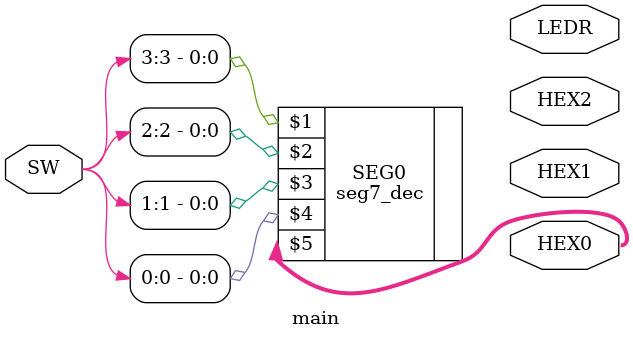
<source format=v>

`default_nettype none
module main(
	input 	[9:0] 	SW,
	output 	[9:0] 	LEDR,
	output	[7:0]		HEX0,
	output	[7:0]		HEX1,
	output	[7:0]		HEX2
);

	// Part I
	//******************

		
	seg7_dec SEG0(SW[3], SW[2], SW[1], SW[0], HEX0[7:0]);
	//******************
	
	
	// Part II
	//******************
	
	
	//wire w_z;
	//wire [3:0] w_m;
	//wire [3:0] w_a;
	
	//comparator (i_v3, i_v2, i_v1, i_v0, o_z)
	//comparator comp0 (SW[3], SW[2], SW[1], SW[0], w_z);
	
	//circuit_A (i_v2, i_v1, i_v0, o_a0, o_a1, o_a2)
	//circuit_A circA (SW[2], SW[1], SW[0], w_a[0], w_a[1], w_a[2]);
	
	// circuit_B (i_z, o_seg[7:0])
	//circuit_B circB(w_z, HEX1);
	
	// mux_2_1_1bit (i_a, i_b, i_sel, o_m)
	//mux_2_1_1bit mux3 (SW[3], 0, 			w_z, w_m[3]);
	//mux_2_1_1bit mux2 (SW[2], w_a[2], w_z, w_m[2]);
	//mux_2_1_1bit mux1 (SW[1], w_a[1], w_z, w_m[1]);
	//mux_2_1_1bit mux0 (SW[0], w_a[0], w_z, w_m[0]);

	// seg7_dec (i_m3, i_m2, i_m1, i_m0, o_seg[7:0])
	//seg7_dec seg0 (w_m[3], w_m[2], w_m[1], w_m[0], HEX0);

	
	// bin_to_dec b2d(SW[3], SW[2], SW[1], SW[0], HEX0, HEX1); // test part 2 as a module
	

	
	//******************
	
	// Part III
	//******************
	
	
	//FA fa0 (SW[0], SW[1], SW[2], LEDR[1], LEDR[0]);  // test FA first
	
	//adder_4bit ([3:0]i_a, [3:0]i_b, i_cin, o_cout, [3:0]o_s)
	//adder_4bit ad0 (SW[3:0], SW[7:4], SW[8], LEDR[4], LEDR[3:0]);
	
	
	//******************
	
	// Part IV
	//******************
	
	/*
	wire [3:0] w_s;
	wire w_cout;
	
	// adder_4bit ([3:0]i_a, [3:0]i_b, i_cin, o_cout, [3:0]o_s)
	adder_4bit add0 (SW[3:0], SW[7:4], SW[8], w_cout, w_s[3:0]);
	
	// bin_to_dec_v2 (i_v3, i_v2, i_v1, i_v0, i_cin, [7:0]o_seg0, [7:0]o_seg1)
	bin_to_dec_v2 bin2dec0 (w_s[3], w_s[2], w_s[1], w_s[0], w_cout, HEX0, HEX1);
	
	// checkBCD ([3:0]i_a, [3:0]i_b, o_error)
	checkBCD cb0 (SW[3:0], SW[7:4], LEDR[9]);
	
	// assign LEDs to switches as indicators
	assign LEDR[7:0] = SW[7:0];
	*/
	//******************
	
	// Part V
	//******************
	
	// TODO
	
	//******************
	
	// Part VI
	//******************
	
	// TODO
	
	//******************
	
	// Part VII (Mandatory for Graduate Students)
	//******************
	
	// TODO
	
	//******************

endmodule

</source>
